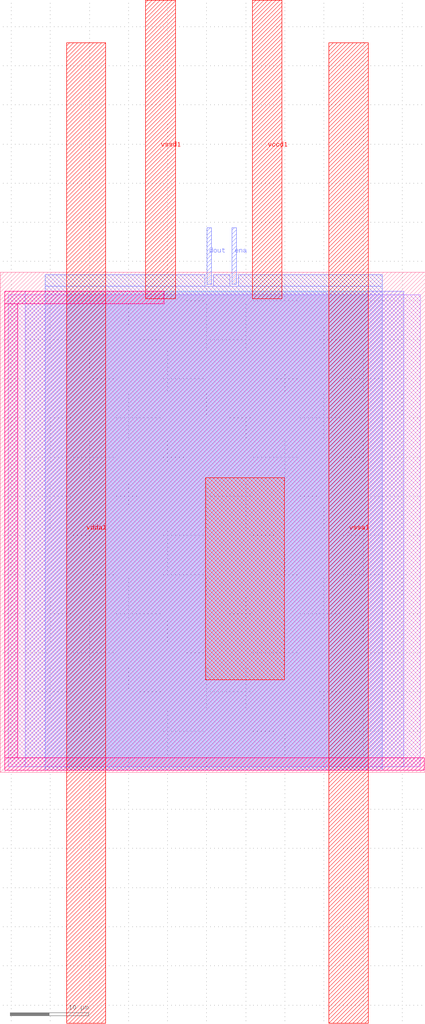
<source format=lef>
VERSION 5.7 ;
  NOWIREEXTENSIONATPIN ON ;
  DIVIDERCHAR "/" ;
  BUSBITCHARS "[]" ;
MACRO sky130_ef_ip__rc_osc_500k_DI
  CLASS BLOCK ;
  FOREIGN sky130_ef_ip__rc_osc_500k_DI ;
  ORIGIN -18.585 -19.730 ;
  SIZE 54.360 BY 63.890 ;
  PIN dout
    ANTENNADIFFAREA 0.556800 ;
    PORT
      LAYER met2 ;
        RECT 45.030 82.095 45.590 89.295 ;
    END
  END dout
  PIN ena
    ANTENNAGATEAREA 0.858000 ;
    ANTENNADIFFAREA 0.202500 ;
    PORT
      LAYER met2 ;
        RECT 48.250 82.095 48.810 89.295 ;
    END
  END ena
  PIN vssd1
    ANTENNADIFFAREA 6.628900 ;
    PORT
      LAYER met4 ;
        RECT 37.200 80.210 40.985 118.375 ;
    END
  END vssd1
  PIN vccd1
    ANTENNADIFFAREA 4.280700 ;
    PORT
      LAYER met4 ;
        RECT 50.850 80.210 54.635 118.375 ;
    END
  END vccd1
  PIN vdda1
    ANTENNADIFFAREA 148.310989 ;
    PORT
      LAYER met4 ;
        RECT 27.080 -12.320 32.080 112.960 ;
    END
  END vdda1
  PIN vssa1
    ANTENNADIFFAREA 114.014595 ;
    PORT
      LAYER met4 ;
        RECT 60.650 -12.320 65.650 112.960 ;
    END
  END vssa1
  OBS
      LAYER nwell ;
        RECT 19.185 79.600 39.555 81.210 ;
        RECT 19.185 21.610 20.795 79.600 ;
        RECT 19.185 20.000 72.805 21.610 ;
      LAYER li1 ;
        RECT 19.625 20.430 72.340 80.755 ;
      LAYER met1 ;
        RECT 21.805 20.430 70.215 81.210 ;
      LAYER met2 ;
        RECT 24.325 81.815 44.750 83.295 ;
        RECT 45.870 81.815 47.970 83.295 ;
        RECT 49.090 81.815 67.465 83.295 ;
        RECT 24.325 20.000 67.465 81.815 ;
      LAYER met3 ;
        RECT 27.080 19.995 65.650 81.210 ;
      LAYER met4 ;
        RECT 44.815 31.555 54.955 57.335 ;
  END
END sky130_ef_ip__rc_osc_500k_DI
END LIBRARY


</source>
